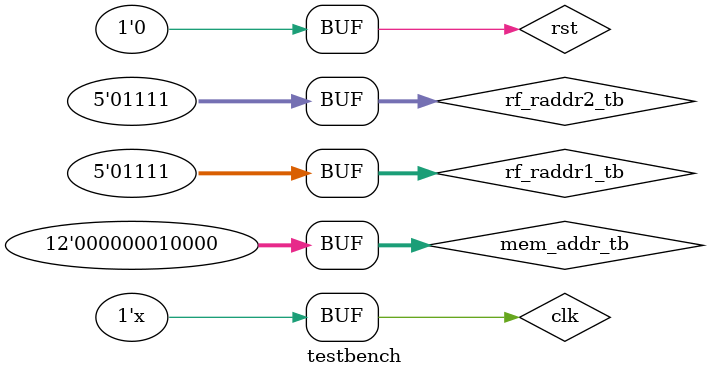
<source format=v>
`timescale 1ns / 1ps

module testbench;
    reg clk;
    reg rst;
    
    reg [4:0]  rf_raddr1_tb;
    reg [4:0]  rf_raddr2_tb;
    reg [11:0] mem_addr_tb;
    
    wire [31:0] pc_tb;
    wire [31:0] ir_tb;
    wire [31:0] hi_tb;
    wire [31:0] lo_tb;
    
    wire [31:0] rf_rdata1_tb;
    wire [31:0] rf_rdata2_tb;
    wire [31:0] mem_rdata_tb;
    
    cpu test_cpu(
        .clk          (clk),
        .rst          (rst),
        .rf_raddr1_tb (rf_raddr1_tb),
        .rf_raddr2_tb (rf_raddr2_tb),
        .mem_addr_tb  (mem_addr_tb),
        .pc_tb        (pc_tb),
        .ir_tb        (ir_tb),
        .hi_tb        (hi_tb),
        .lo_tb        (lo_tb),
        .rf_rdata1_tb (rf_rdata1_tb),
        .rf_rdata2_tb (rf_rdata2_tb),
        .mem_rdata_tb (mem_rdata_tb)
    );

    initial begin
        clk = 1'b1;
        rst = 1'b1;
        #10
        rst = 1'b0;
    end

    initial begin
        rf_raddr1_tb = 5'd5;
        rf_raddr2_tb = 5'd6;
        mem_addr_tb  = 12'h000;
        
        #2950
        rf_raddr1_tb = 5'd11;
        rf_raddr2_tb = 5'd11;
        mem_addr_tb  = 12'h000;
        
        #10
        rf_raddr1_tb = 5'd12;
        rf_raddr2_tb = 5'd12;
        mem_addr_tb  = 12'h004;
        
        #10
        rf_raddr1_tb = 5'd13;
        rf_raddr2_tb = 5'd13;
        mem_addr_tb  = 12'h008;
        
        #10
        rf_raddr1_tb = 5'd14;
        rf_raddr2_tb = 5'd14;
        mem_addr_tb  = 12'h00C;
        
        #10
        rf_raddr1_tb = 5'd15;
        rf_raddr2_tb = 5'd15;
        mem_addr_tb  = 12'h010;
    end
    
    always #5 clk = ~clk;

endmodule

</source>
